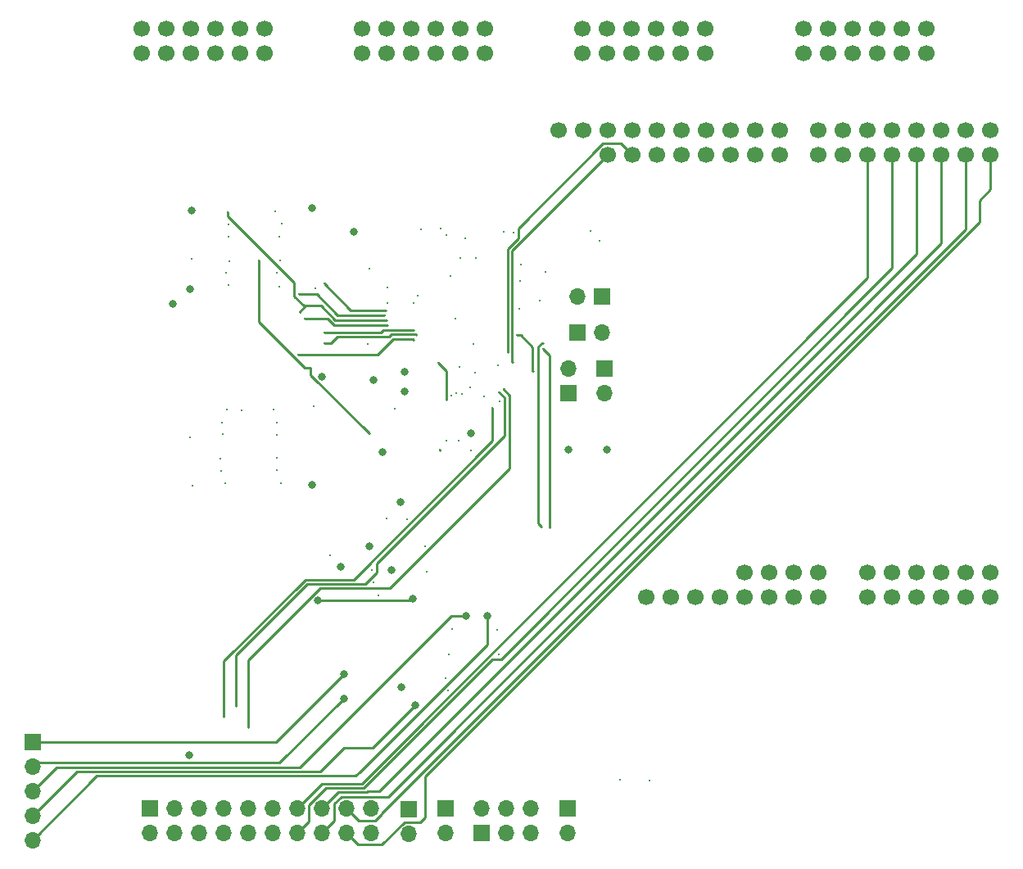
<source format=gbr>
%TF.GenerationSoftware,KiCad,Pcbnew,(6.0.7)*%
%TF.CreationDate,2023-05-13T08:51:53+05:30*%
%TF.ProjectId,DSP_board,4453505f-626f-4617-9264-2e6b69636164,rev?*%
%TF.SameCoordinates,Original*%
%TF.FileFunction,Copper,L3,Inr*%
%TF.FilePolarity,Positive*%
%FSLAX46Y46*%
G04 Gerber Fmt 4.6, Leading zero omitted, Abs format (unit mm)*
G04 Created by KiCad (PCBNEW (6.0.7)) date 2023-05-13 08:51:53*
%MOMM*%
%LPD*%
G01*
G04 APERTURE LIST*
%TA.AperFunction,ComponentPad*%
%ADD10R,1.700000X1.700000*%
%TD*%
%TA.AperFunction,ComponentPad*%
%ADD11O,1.700000X1.700000*%
%TD*%
%TA.AperFunction,ComponentPad*%
%ADD12C,1.700000*%
%TD*%
%TA.AperFunction,ViaPad*%
%ADD13C,0.300000*%
%TD*%
%TA.AperFunction,ViaPad*%
%ADD14C,0.800000*%
%TD*%
%TA.AperFunction,Conductor*%
%ADD15C,0.250000*%
%TD*%
G04 APERTURE END LIST*
D10*
%TO.N,Igrid3*%
%TO.C,JVSI1*%
X100120000Y-140610000D03*
D11*
%TO.N,Vgrid3*%
X100120000Y-143150000D03*
%TO.N,Igrid2*%
X102660000Y-140610000D03*
%TO.N,Vgrid2*%
X102660000Y-143150000D03*
%TO.N,Igrid1*%
X105200000Y-140610000D03*
%TO.N,Vgrid1*%
X105200000Y-143150000D03*
%TO.N,OCD_grid1*%
X107740000Y-140610000D03*
%TO.N,OCD_grd2*%
X107740000Y-143150000D03*
%TO.N,OCD_grid3*%
X110280000Y-140610000D03*
%TO.N,ctrl_gnd*%
X110280000Y-143150000D03*
%TO.N,vsi_ready*%
X112820000Y-140610000D03*
%TO.N,vsi_fault*%
X112820000Y-143150000D03*
%TO.N,VSI32*%
X115360000Y-140610000D03*
%TO.N,VSI31*%
X115360000Y-143150000D03*
%TO.N,VSI22*%
X117900000Y-140610000D03*
%TO.N,VSI21*%
X117900000Y-143150000D03*
%TO.N,VSI12*%
X120440000Y-140610000D03*
%TO.N,VSI11*%
X120440000Y-143150000D03*
%TO.N,SCL*%
X122980000Y-140610000D03*
%TO.N,SDA*%
X122980000Y-143150000D03*
%TD*%
D10*
%TO.N,Net-(IC5-Pad41)*%
%TO.C,J1*%
X147130000Y-95130000D03*
D11*
%TO.N,Net-(J1-Pad2)*%
X147130000Y-97670000D03*
%TD*%
D10*
%TO.N,Net-(IC5-Pad49)*%
%TO.C,J3*%
X144305000Y-91440000D03*
D11*
%TO.N,Net-(J3-Pad2)*%
X146845000Y-91440000D03*
%TD*%
D10*
%TO.N,Analog_in1*%
%TO.C,J9*%
X88005000Y-133720000D03*
D11*
%TO.N,Analog_in2*%
X88005000Y-136260000D03*
%TO.N,Analog_in3*%
X88005000Y-138800000D03*
%TO.N,Analog_in4*%
X88005000Y-141340000D03*
%TO.N,Analog_in5*%
X88005000Y-143880000D03*
%TD*%
D10*
%TO.N,Net-(J2-Pad1)*%
%TO.C,J2*%
X143380000Y-97705000D03*
D11*
%TO.N,Net-(IC5-Pad41)*%
X143380000Y-95165000D03*
%TD*%
D12*
%TO.N,unconnected-(B1-Pad1)*%
%TO.C,B1*%
X151465000Y-118800000D03*
%TO.N,unconnected-(B1-Pad2)*%
X154005000Y-118800000D03*
%TO.N,unconnected-(B1-Pad3)*%
X156545000Y-118800000D03*
%TO.N,FPGA_3v3*%
X159085000Y-118800000D03*
%TO.N,unconnected-(B1-Pad5)*%
X161625000Y-118800000D03*
%TO.N,ctrl_gnd*%
X164165000Y-118800000D03*
X166705000Y-118800000D03*
%TO.N,ctrl_15*%
X169245000Y-118800000D03*
%TO.N,unconnected-(B1-Pad10)*%
X161625000Y-116260000D03*
%TO.N,unconnected-(B1-Pad11)*%
X164165000Y-116260000D03*
%TO.N,unconnected-(B1-Pad12)*%
X166705000Y-116260000D03*
%TO.N,unconnected-(B1-Pad13)*%
X169245000Y-116260000D03*
%TO.N,OCD_grid1*%
X174325000Y-118800000D03*
%TO.N,OCD_grd2*%
X176865000Y-118800000D03*
%TO.N,OCD_grid3*%
X179405000Y-118800000D03*
%TO.N,unconnected-(B1-Pad17)*%
X181945000Y-118800000D03*
%TO.N,unconnected-(B1-Pad18)*%
X184485000Y-118800000D03*
%TO.N,unconnected-(B1-Pad19)*%
X187025000Y-118800000D03*
%TO.N,unconnected-(B1-Pad20)*%
X174325000Y-116260000D03*
%TO.N,unconnected-(B1-Pad21)*%
X176865000Y-116260000D03*
%TO.N,unconnected-(B1-Pad22)*%
X179405000Y-116260000D03*
%TO.N,unconnected-(B1-Pad23)*%
X181945000Y-116260000D03*
%TO.N,unconnected-(B1-Pad24)*%
X184485000Y-116260000D03*
%TO.N,unconnected-(B1-Pad25)*%
X187025000Y-116260000D03*
%TO.N,batt_ready*%
X147435000Y-73060000D03*
%TO.N,batt_fault*%
X149975000Y-73060000D03*
%TO.N,DAB2_PWM22*%
X152515000Y-73060000D03*
%TO.N,DAB2_PWM21*%
X155055000Y-73060000D03*
%TO.N,DAB2_PWM12*%
X157595000Y-73060000D03*
%TO.N,DAB2_PWM11*%
X160135000Y-73060000D03*
%TO.N,DAB1PWM22*%
X162675000Y-73060000D03*
%TO.N,DAB1PWM21*%
X165215000Y-73060000D03*
%TO.N,DAB1PWM12*%
X169245000Y-73060000D03*
%TO.N,DAB1PWM11*%
X171785000Y-73060000D03*
%TO.N,VSI32*%
X174325000Y-73060000D03*
%TO.N,VSI31*%
X176865000Y-73060000D03*
%TO.N,VSI22*%
X179405000Y-73060000D03*
%TO.N,VSI21*%
X181945000Y-73060000D03*
%TO.N,VSI12*%
X184485000Y-73060000D03*
%TO.N,VSI11*%
X187025000Y-73080000D03*
%TO.N,SCL*%
X142355000Y-70520000D03*
%TO.N,SDA*%
X144895000Y-70520000D03*
%TO.N,unconnected-(B1-Pad44)*%
X147435000Y-70520000D03*
%TO.N,unconnected-(B1-Pad45)*%
X149975000Y-70520000D03*
%TO.N,vsi_ready*%
X152515000Y-70520000D03*
%TO.N,vsi_fault*%
X155055000Y-70520000D03*
%TO.N,OCD_leakage*%
X157595000Y-70520000D03*
%TO.N,dc_fault*%
X160135000Y-70520000D03*
%TO.N,dc_ready*%
X162675000Y-70520000D03*
%TO.N,/controller_sheet/en_dab*%
X165215000Y-70520000D03*
%TO.N,/controller_sheet/en_vsi*%
X169245000Y-70520000D03*
%TO.N,/controller_sheet/pwm_dabb2*%
X171785000Y-70520000D03*
%TO.N,/controller_sheet/pwm_daba2*%
X174325000Y-70520000D03*
%TO.N,/controller_sheet/pwmVSI3*%
X176865000Y-70520000D03*
%TO.N,/controller_sheet/pwmVSI2*%
X179405000Y-70520000D03*
%TO.N,/controller_sheet/pwmVSI1*%
X181945000Y-70520000D03*
%TO.N,/controller_sheet/pwm_dabb1*%
X184485000Y-70520000D03*
%TO.N,/controller_sheet/pwm_daba1*%
X187025000Y-70540000D03*
%TO.N,unconnected-(B1-Pad60)*%
X99275000Y-62580000D03*
%TO.N,unconnected-(B1-Pad61)*%
X101815000Y-62580000D03*
%TO.N,unconnected-(B1-Pad62)*%
X104355000Y-62580000D03*
%TO.N,unconnected-(B1-Pad63)*%
X106895000Y-62580000D03*
%TO.N,unconnected-(B1-Pad64)*%
X109435000Y-62580000D03*
%TO.N,unconnected-(B1-Pad65)*%
X111975000Y-62580000D03*
%TO.N,unconnected-(B1-Pad66)*%
X99275000Y-60040000D03*
%TO.N,unconnected-(B1-Pad67)*%
X101815000Y-60040000D03*
%TO.N,unconnected-(B1-Pad68)*%
X104355000Y-60040000D03*
%TO.N,unconnected-(B1-Pad69)*%
X106895000Y-60040000D03*
%TO.N,unconnected-(B1-Pad70)*%
X109435000Y-60040000D03*
%TO.N,unconnected-(B1-Pad71)*%
X111975000Y-60040000D03*
%TO.N,unconnected-(B1-Pad72)*%
X122075000Y-62580000D03*
%TO.N,unconnected-(B1-Pad73)*%
X124615000Y-62580000D03*
%TO.N,unconnected-(B1-Pad74)*%
X127155000Y-62580000D03*
%TO.N,unconnected-(B1-Pad75)*%
X129695000Y-62580000D03*
%TO.N,unconnected-(B1-Pad76)*%
X132235000Y-62580000D03*
%TO.N,unconnected-(B1-Pad77)*%
X134775000Y-62580000D03*
%TO.N,unconnected-(B1-Pad78)*%
X122075000Y-60040000D03*
%TO.N,unconnected-(B1-Pad79)*%
X124615000Y-60040000D03*
%TO.N,unconnected-(B1-Pad80)*%
X127155000Y-60040000D03*
%TO.N,unconnected-(B1-Pad81)*%
X129695000Y-60040000D03*
%TO.N,unconnected-(B1-Pad82)*%
X132235000Y-60040000D03*
%TO.N,unconnected-(B1-Pad83)*%
X134775000Y-60040000D03*
%TO.N,unconnected-(B1-Pad84)*%
X144875000Y-62580000D03*
%TO.N,unconnected-(B1-Pad85)*%
X147415000Y-62580000D03*
%TO.N,unconnected-(B1-Pad86)*%
X149955000Y-62580000D03*
%TO.N,unconnected-(B1-Pad87)*%
X152495000Y-62580000D03*
%TO.N,unconnected-(B1-Pad88)*%
X155035000Y-62580000D03*
%TO.N,unconnected-(B1-Pad89)*%
X157575000Y-62580000D03*
%TO.N,unconnected-(B1-Pad90)*%
X144875000Y-60040000D03*
%TO.N,unconnected-(B1-Pad91)*%
X147415000Y-60040000D03*
%TO.N,unconnected-(B1-Pad92)*%
X149955000Y-60040000D03*
%TO.N,unconnected-(B1-Pad93)*%
X152495000Y-60040000D03*
%TO.N,unconnected-(B1-Pad94)*%
X155035000Y-60040000D03*
%TO.N,unconnected-(B1-Pad95)*%
X157575000Y-60040000D03*
%TO.N,unconnected-(B1-Pad96)*%
X167675000Y-62580000D03*
%TO.N,unconnected-(B1-Pad97)*%
X170215000Y-62580000D03*
%TO.N,unconnected-(B1-Pad98)*%
X172755000Y-62580000D03*
%TO.N,unconnected-(B1-Pad99)*%
X175295000Y-62580000D03*
%TO.N,unconnected-(B1-Pad100)*%
X177835000Y-62580000D03*
%TO.N,unconnected-(B1-Pad101)*%
X180375000Y-62580000D03*
%TO.N,unconnected-(B1-Pad102)*%
X167675000Y-60040000D03*
%TO.N,unconnected-(B1-Pad103)*%
X170215000Y-60040000D03*
%TO.N,unconnected-(B1-Pad104)*%
X172755000Y-60040000D03*
%TO.N,unconnected-(B1-Pad105)*%
X175295000Y-60040000D03*
%TO.N,unconnected-(B1-Pad106)*%
X177835000Y-60040000D03*
%TO.N,unconnected-(B1-Pad107)*%
X180375000Y-60040000D03*
%TD*%
D10*
%TO.N,V_dc_link*%
%TO.C,J8*%
X126905000Y-140670000D03*
D11*
%TO.N,curr_leakeage_i*%
X126905000Y-143210000D03*
%TD*%
D10*
%TO.N,Net-(J4-Pad1)*%
%TO.C,J4*%
X146855000Y-87690000D03*
D11*
%TO.N,Net-(IC5-Pad49)*%
X144315000Y-87690000D03*
%TD*%
D10*
%TO.N,Net-(J5-Pad1)*%
%TO.C,J6*%
X143350000Y-140600000D03*
D11*
%TO.N,ctrl_3v3*%
X143350000Y-143140000D03*
%TD*%
D10*
%TO.N,ctrl_15*%
%TO.C,J_power1*%
X134445000Y-143135000D03*
D11*
%TO.N,ctrl_-15*%
X134445000Y-140595000D03*
%TO.N,ctrl_3v3*%
X136985000Y-143135000D03*
%TO.N,ctrl_gnd*%
X136985000Y-140595000D03*
%TO.N,24_gnd*%
X139525000Y-143135000D03*
%TO.N,V_12*%
X139525000Y-140595000D03*
%TD*%
D10*
%TO.N,batt_v*%
%TO.C,J10*%
X130665000Y-140620000D03*
D11*
%TO.N,batt_curr_0*%
X130665000Y-143160000D03*
%TD*%
D13*
%TO.N,ctrl_3v3*%
X125420000Y-99300000D03*
%TO.N,OCD_grid3*%
X110320000Y-132220000D03*
%TO.N,OCD_grd2*%
X109000000Y-130030000D03*
%TO.N,OCD_grid1*%
X107730000Y-131110000D03*
%TO.N,OCD_grid3*%
X136740000Y-97290000D03*
%TO.N,OCD_grd2*%
X136240000Y-97580000D03*
%TO.N,OCD_grid1*%
X135524500Y-99220000D03*
D14*
%TO.N,ctrl_3v3*%
X121190000Y-81030000D03*
D13*
%TO.N,ctrl_gnd*%
X124710552Y-88335174D03*
X132117135Y-95010498D03*
X122830000Y-84840000D03*
D14*
X126460000Y-97550000D03*
D13*
X133790000Y-83740000D03*
D14*
X143410000Y-103520000D03*
X133310000Y-101858750D03*
D13*
X138390000Y-86100000D03*
D14*
%TO.N,ctrl_-15*%
X102480000Y-88480000D03*
X104170000Y-135130000D03*
%TO.N,ctrl_3v3*%
X147340000Y-103530000D03*
D13*
X130140000Y-103550000D03*
D14*
X126120000Y-128090000D03*
X123250000Y-96320000D03*
X117949268Y-95986904D03*
D13*
X133296250Y-103592500D03*
D14*
X126080000Y-108930000D03*
D13*
%TO.N,/controller_sheet/en_dab*%
X145720000Y-80950000D03*
%TO.N,Vgrid1*%
X104520000Y-107240000D03*
D14*
%TO.N,Vgrid3*%
X104250000Y-86900000D03*
D13*
%TO.N,Vgrid2*%
X117250000Y-86810000D03*
D14*
%TO.N,Igrid3*%
X104420000Y-78790000D03*
%TO.N,Igrid2*%
X116910000Y-78510000D03*
D13*
%TO.N,Igrid1*%
X104300000Y-102280000D03*
D14*
%TO.N,batt_curr_0*%
X119820000Y-115600000D03*
%TO.N,batt_v*%
X127310000Y-118960000D03*
X117480000Y-119110000D03*
D13*
%TO.N,curr_leakeage_i*%
X117030000Y-99020000D03*
D14*
%TO.N,V_dc_link*%
X116900000Y-107180000D03*
D13*
%TO.N,/controller_sheet/en_vsi*%
X146620000Y-81950000D03*
%TO.N,Net-(C3-Pad1)*%
X104432327Y-83820000D03*
X108308000Y-84030000D03*
%TO.N,Net-(C9-Pad1)*%
X113528000Y-81500000D03*
%TO.N,Net-(C10-Pad1)*%
X130670000Y-127160000D03*
%TO.N,Net-(C8-Pad1)*%
X131020000Y-124650000D03*
%TO.N,/controller_sheet/pwmVSI3*%
X138520000Y-84390000D03*
%TO.N,/controller_sheet/pwmVSI2*%
X137719502Y-81120000D03*
%TO.N,/controller_sheet/pwmVSI1*%
X136710000Y-81010000D03*
%TO.N,batt_curr_sense*%
X118720000Y-114430000D03*
X123720000Y-118600000D03*
%TO.N,/controller_sheet/pwm_daba1*%
X128190000Y-80730000D03*
%TO.N,Igrid3_sense*%
X124589875Y-90113884D03*
X115623169Y-89261014D03*
X108188000Y-78940000D03*
%TO.N,Igrid2_sense*%
X124535500Y-89120000D03*
X113068000Y-78850000D03*
X118130000Y-86340000D03*
%TO.N,Igrid1_sense*%
X118130000Y-91400000D03*
X127410000Y-91120000D03*
X108064500Y-99340000D03*
%TO.N,Net-(C13-Pad2)*%
X107480000Y-105730000D03*
%TO.N,Vgrid1_sense*%
X127640000Y-91650000D03*
X118140000Y-92510000D03*
X107954500Y-107000000D03*
%TO.N,Vgrid2_sense*%
X124390000Y-89610000D03*
X113488000Y-86650000D03*
X115530000Y-87470000D03*
%TO.N,Vgrid3_sense*%
X124725500Y-90620000D03*
X116130000Y-90010000D03*
X108238000Y-86480000D03*
%TO.N,I_leackage*%
X127360000Y-92150000D03*
X112900000Y-99360000D03*
X115442638Y-93662012D03*
%TO.N,Vdc_link*%
X113694500Y-107020000D03*
X122630000Y-92560000D03*
D14*
%TO.N,Net-(C19-Pad1)*%
X126420000Y-95440000D03*
D13*
%TO.N,/controller_sheet/pwm_daba2*%
X140990000Y-85150000D03*
%TO.N,/controller_sheet/pwm_dabb2*%
X136080000Y-94800000D03*
%TO.N,/controller_sheet/pwm_dabb1*%
X130210000Y-80690000D03*
%TO.N,VDD*%
X132700000Y-81680000D03*
X140450000Y-88109500D03*
X127357812Y-88368858D03*
X133245500Y-97100000D03*
%TO.N,VDDA*%
X130800000Y-98340000D03*
X130820000Y-102602500D03*
X129927439Y-94535082D03*
%TO.N,VDDIO*%
X127780000Y-87600000D03*
X132030000Y-102582500D03*
X132200000Y-83680000D03*
X133719502Y-95519500D03*
X138330000Y-88950000D03*
X124670500Y-86790000D03*
%TO.N,SCITX*%
X136250000Y-98494500D03*
X131704500Y-89980000D03*
%TO.N,SCiRX*%
X134710000Y-98030000D03*
X133570000Y-92580000D03*
%TO.N,TDO*%
X138080000Y-91660000D03*
X139720000Y-95390000D03*
%TO.N,TMS*%
X151760000Y-137700000D03*
%TO.N,Net-(J5-Pad1)*%
X148720000Y-137680000D03*
%TO.N,Net-(C23-Pad1)*%
X136240000Y-124660000D03*
%TO.N,SCL*%
X140790000Y-92480000D03*
X140580000Y-111450000D03*
%TO.N,SDA*%
X141440000Y-111560000D03*
X140770000Y-93080000D03*
%TO.N,vsi_ready*%
X131230000Y-85580000D03*
%TO.N,vsi_fault*%
X130745500Y-81320000D03*
%TO.N,Net-(C4-Pad1)*%
X128780000Y-116110000D03*
%TO.N,offset_v*%
X109622500Y-99477500D03*
X122790000Y-101850000D03*
D14*
X125082500Y-115987500D03*
D13*
X116750000Y-95040000D03*
X111420000Y-83930000D03*
D14*
X124170000Y-103750000D03*
D13*
%TO.N,batt_fault*%
X137110500Y-93480500D03*
%TO.N,batt_ready*%
X137650000Y-94490000D03*
%TO.N,ADC5*%
X136022038Y-122114152D03*
X132350000Y-97750000D03*
%TO.N,ADC4*%
X130950000Y-128410000D03*
X131789023Y-97654000D03*
%TO.N,ADC3*%
X131370000Y-122080000D03*
X131294500Y-97940000D03*
%TO.N,Analog_in1*%
X124608000Y-110610000D03*
D14*
X120180000Y-126700000D03*
D13*
%TO.N,Analog_in2*%
X126695500Y-110750000D03*
D14*
X120180000Y-129240000D03*
%TO.N,Analog_in3*%
X132810000Y-120710000D03*
%TO.N,Analog_in4*%
X127530000Y-129940000D03*
%TO.N,Analog_in5*%
X135000000Y-120710000D03*
D13*
%TO.N,Net-(C28-Pad2)*%
X123210000Y-117270000D03*
%TO.N,Net-(C1-Pad1)*%
X108218000Y-81530000D03*
%TO.N,Net-(C2-Pad1)*%
X123110000Y-115990000D03*
%TO.N,Net-(C5-Pad1)*%
X107440000Y-104430000D03*
%TO.N,Net-(C6-Pad1)*%
X107670000Y-101920000D03*
%TO.N,Net-(C7-Pad1)*%
X113598000Y-84000000D03*
%TO.N,Net-(C11-Pad2)*%
X107998000Y-85250000D03*
%TO.N,Net-(C12-Pad2)*%
X108278000Y-80210000D03*
%TO.N,Net-(C14-Pad2)*%
X107590000Y-100720000D03*
%TO.N,Net-(C15-Pad1)*%
X113258000Y-85200000D03*
%TO.N,Net-(C20-Pad1)*%
X113220000Y-105610000D03*
%TO.N,Net-(C21-Pad2)*%
X113748000Y-80140000D03*
%TO.N,Net-(C22-Pad2)*%
X113240000Y-100700000D03*
%TO.N,Net-(C24-Pad1)*%
X113250000Y-104400000D03*
%TO.N,Net-(C25-Pad1)*%
X113250000Y-101970000D03*
D14*
%TO.N,Net-(C26-Pad1)*%
X122854375Y-113515625D03*
D13*
%TO.N,Net-(C30-Pad1)*%
X128600000Y-113510000D03*
%TD*%
D15*
%TO.N,OCD_grid3*%
X110320000Y-125244695D02*
X110320000Y-132220000D01*
X137340000Y-105470036D02*
X124970036Y-117840000D01*
X137340000Y-97890000D02*
X137340000Y-105470036D01*
X136740000Y-97290000D02*
X137340000Y-97890000D01*
X124970036Y-117840000D02*
X117724695Y-117840000D01*
X117724695Y-117840000D02*
X110320000Y-125244695D01*
%TO.N,OCD_grd2*%
X108980000Y-130010000D02*
X109000000Y-130030000D01*
X108980000Y-124796396D02*
X108980000Y-130010000D01*
X116386396Y-117390000D02*
X108980000Y-124796396D01*
X123025036Y-116775000D02*
X123005000Y-116775000D01*
X122390000Y-117390000D02*
X116386396Y-117390000D01*
X123605000Y-116195036D02*
X123025036Y-116775000D01*
X136750000Y-102120000D02*
X123605000Y-115265000D01*
X123605000Y-115265000D02*
X123605000Y-116195036D01*
X136750000Y-98090000D02*
X136750000Y-102120000D01*
X123005000Y-116775000D02*
X122390000Y-117390000D01*
X136240000Y-97580000D02*
X136750000Y-98090000D01*
%TO.N,OCD_grid1*%
X135524500Y-102621036D02*
X135524500Y-99220000D01*
X116200000Y-116940000D02*
X121205536Y-116940000D01*
X107740000Y-131100000D02*
X107740000Y-125400000D01*
X121205536Y-116940000D02*
X135524500Y-102621036D01*
X107730000Y-131110000D02*
X107740000Y-131100000D01*
X107740000Y-125400000D02*
X116200000Y-116940000D01*
%TO.N,ctrl_3v3*%
X130140000Y-103550000D02*
X130140000Y-103610000D01*
%TO.N,Igrid3*%
X104420000Y-78790000D02*
X104380000Y-78750000D01*
%TO.N,batt_v*%
X117480000Y-119110000D02*
X127160000Y-119110000D01*
X127160000Y-119110000D02*
X127310000Y-118960000D01*
X117450000Y-119140000D02*
X117480000Y-119110000D01*
%TO.N,Igrid3_sense*%
X117850000Y-88660000D02*
X116224183Y-88660000D01*
X124580991Y-90105000D02*
X119295000Y-90105000D01*
X116010000Y-88660000D02*
X116224183Y-88660000D01*
X115035000Y-86266964D02*
X115035000Y-87685000D01*
X119295000Y-90105000D02*
X117850000Y-88660000D01*
X115035000Y-87685000D02*
X116010000Y-88660000D01*
X108188000Y-79419964D02*
X115035000Y-86266964D01*
X108188000Y-78940000D02*
X108188000Y-79419964D01*
X115623169Y-89261014D02*
X116224183Y-88660000D01*
X124589875Y-90113884D02*
X124580991Y-90105000D01*
%TO.N,Igrid2_sense*%
X120900000Y-89130000D02*
X118130000Y-86360000D01*
X118130000Y-86360000D02*
X118130000Y-86340000D01*
X124535500Y-89120000D02*
X124525500Y-89130000D01*
X124525500Y-89130000D02*
X120900000Y-89130000D01*
%TO.N,Igrid1_sense*%
X124260000Y-91120000D02*
X123980000Y-91400000D01*
X123980000Y-91400000D02*
X118130000Y-91400000D01*
X127410000Y-91120000D02*
X124260000Y-91120000D01*
%TO.N,Vgrid1_sense*%
X127605000Y-91615000D02*
X125115000Y-91615000D01*
X119530000Y-91850000D02*
X118870000Y-92510000D01*
X124870000Y-91850000D02*
X119530000Y-91850000D01*
X127640000Y-91650000D02*
X127605000Y-91615000D01*
X118870000Y-92510000D02*
X118140000Y-92510000D01*
X125110000Y-91610000D02*
X124870000Y-91850000D01*
X125115000Y-91615000D02*
X125110000Y-91610000D01*
%TO.N,Vgrid2_sense*%
X115530000Y-87470000D02*
X117410000Y-87470000D01*
X119555000Y-89615000D02*
X124380000Y-89615000D01*
X117410000Y-87470000D02*
X119555000Y-89615000D01*
%TO.N,Vgrid3_sense*%
X118530000Y-90010000D02*
X116130000Y-90010000D01*
X119150000Y-90630000D02*
X118530000Y-90010000D01*
X124725500Y-90620000D02*
X124715500Y-90630000D01*
X124715500Y-90630000D02*
X119150000Y-90630000D01*
%TO.N,I_leackage*%
X127360000Y-92150000D02*
X127314002Y-92104002D01*
X127314002Y-92104002D02*
X125252394Y-92104002D01*
X123694384Y-93662012D02*
X115442638Y-93662012D01*
X125252394Y-92104002D02*
X123694384Y-93662012D01*
%TO.N,VDDA*%
X130800000Y-98340000D02*
X130800000Y-95407643D01*
X130800000Y-95407643D02*
X129927439Y-94535082D01*
%TO.N,TDO*%
X139700000Y-95370000D02*
X139720000Y-95390000D01*
X138456534Y-91660000D02*
X139700000Y-92903466D01*
X138080000Y-91660000D02*
X138456534Y-91660000D01*
X139700000Y-92903466D02*
X139700000Y-95370000D01*
%TO.N,VSI31*%
X116560000Y-141950000D02*
X115360000Y-143150000D01*
X176865000Y-73060000D02*
X176865000Y-84735036D01*
X116560000Y-140288299D02*
X116560000Y-141950000D01*
X118358299Y-138490000D02*
X116560000Y-140288299D01*
X135541432Y-125155000D02*
X122206432Y-138490000D01*
X136445036Y-125155000D02*
X135541432Y-125155000D01*
X176865000Y-84735036D02*
X136445036Y-125155000D01*
X122206432Y-138490000D02*
X118358299Y-138490000D01*
%TO.N,VSI32*%
X174325000Y-73060000D02*
X174325000Y-85735036D01*
X122020036Y-138040000D02*
X117930000Y-138040000D01*
X117930000Y-138040000D02*
X115360000Y-140610000D01*
X174325000Y-85735036D02*
X122020036Y-138040000D01*
%TO.N,VSI11*%
X128541443Y-137319953D02*
X185890000Y-79971396D01*
X120440000Y-143150000D02*
X121615000Y-144325000D01*
X121615000Y-144325000D02*
X124128299Y-144325000D01*
X185890000Y-77770000D02*
X187025000Y-76635000D01*
X126433299Y-142020000D02*
X128086444Y-142020000D01*
X124128299Y-144325000D02*
X126433299Y-142020000D01*
X187025000Y-76635000D02*
X187025000Y-73080000D01*
X128086444Y-142020000D02*
X128541443Y-141565001D01*
X128541443Y-141565001D02*
X128541443Y-137319953D01*
X185890000Y-79971396D02*
X185890000Y-77770000D01*
%TO.N,VSI12*%
X184490000Y-80735000D02*
X184485000Y-80730000D01*
X124080000Y-141145000D02*
X184490000Y-80735000D01*
X121720000Y-141890000D02*
X120440000Y-140610000D01*
X123410000Y-141890000D02*
X121720000Y-141890000D01*
X184485000Y-80730000D02*
X184485000Y-73060000D01*
X123410000Y-141890000D02*
X124093351Y-141206649D01*
X184485000Y-73060000D02*
X184410000Y-73135000D01*
%TO.N,VSI21*%
X119180000Y-141870000D02*
X117900000Y-143150000D01*
X119180000Y-140120000D02*
X119180000Y-141870000D01*
X181945000Y-73060000D02*
X181945000Y-82205000D01*
X181945000Y-82205000D02*
X124760000Y-139390000D01*
X124760000Y-139390000D02*
X119910000Y-139390000D01*
X119910000Y-139390000D02*
X119180000Y-140120000D01*
%TO.N,VSI22*%
X119570000Y-138940000D02*
X117900000Y-140610000D01*
X122650000Y-138850000D02*
X122560000Y-138940000D01*
X123870000Y-138850000D02*
X122650000Y-138850000D01*
X179405000Y-83315000D02*
X123870000Y-138850000D01*
X179405000Y-73060000D02*
X179405000Y-83315000D01*
X122560000Y-138940000D02*
X119570000Y-138940000D01*
%TO.N,SCL*%
X140669964Y-92480000D02*
X140790000Y-92480000D01*
X140275000Y-111145000D02*
X140275000Y-92874964D01*
X140275000Y-92874964D02*
X140669964Y-92480000D01*
X140580000Y-111450000D02*
X140275000Y-111145000D01*
%TO.N,SDA*%
X141440000Y-93750000D02*
X140770000Y-93080000D01*
X141440000Y-111560000D02*
X141440000Y-93750000D01*
%TO.N,offset_v*%
X122790000Y-101850000D02*
X122787059Y-101850000D01*
X122787059Y-101850000D02*
X116750000Y-95812941D01*
X116750000Y-95040000D02*
X116120590Y-95040000D01*
X116750000Y-95040000D02*
X116519964Y-95040000D01*
X116750000Y-95812941D02*
X116750000Y-95040000D01*
X116120590Y-95040000D02*
X111420000Y-90339410D01*
X111420000Y-90339410D02*
X111420000Y-83930000D01*
%TO.N,batt_fault*%
X138214502Y-81644102D02*
X137110500Y-82748104D01*
X146948299Y-71885000D02*
X138214502Y-80618797D01*
X149975000Y-73060000D02*
X148800000Y-71885000D01*
X138214502Y-80618797D02*
X138214502Y-81644102D01*
X148800000Y-71885000D02*
X146948299Y-71885000D01*
X137110500Y-82748104D02*
X137110500Y-93480500D01*
%TO.N,batt_ready*%
X147435000Y-73060000D02*
X137585000Y-82910000D01*
X137585000Y-82910000D02*
X137585000Y-94425000D01*
X137585000Y-94425000D02*
X137650000Y-94490000D01*
%TO.N,Analog_in1*%
X120180000Y-126700000D02*
X113160000Y-133720000D01*
X113160000Y-133720000D02*
X88005000Y-133720000D01*
%TO.N,Analog_in2*%
X88385000Y-135880000D02*
X113540000Y-135880000D01*
X113540000Y-135880000D02*
X120180000Y-129240000D01*
X88005000Y-136260000D02*
X88385000Y-135880000D01*
%TO.N,Analog_in3*%
X131250000Y-120710000D02*
X115630000Y-136330000D01*
X132810000Y-120710000D02*
X131250000Y-120710000D01*
X90475000Y-136330000D02*
X88005000Y-138800000D01*
X115630000Y-136330000D02*
X90475000Y-136330000D01*
%TO.N,Analog_in4*%
X117720000Y-136780000D02*
X92565000Y-136780000D01*
X92565000Y-136780000D02*
X88005000Y-141340000D01*
X127530000Y-129940000D02*
X123150000Y-134320000D01*
X120180000Y-134320000D02*
X117720000Y-136780000D01*
X123150000Y-134320000D02*
X120180000Y-134320000D01*
%TO.N,Analog_in5*%
X94655000Y-137230000D02*
X121420000Y-137230000D01*
X88005000Y-143880000D02*
X94655000Y-137230000D01*
X135000000Y-123650000D02*
X135000000Y-120710000D01*
X121420000Y-137230000D02*
X122200000Y-136450000D01*
X121790000Y-136860000D02*
X122200000Y-136450000D01*
X122200000Y-136450000D02*
X135000000Y-123650000D01*
%TD*%
M02*

</source>
